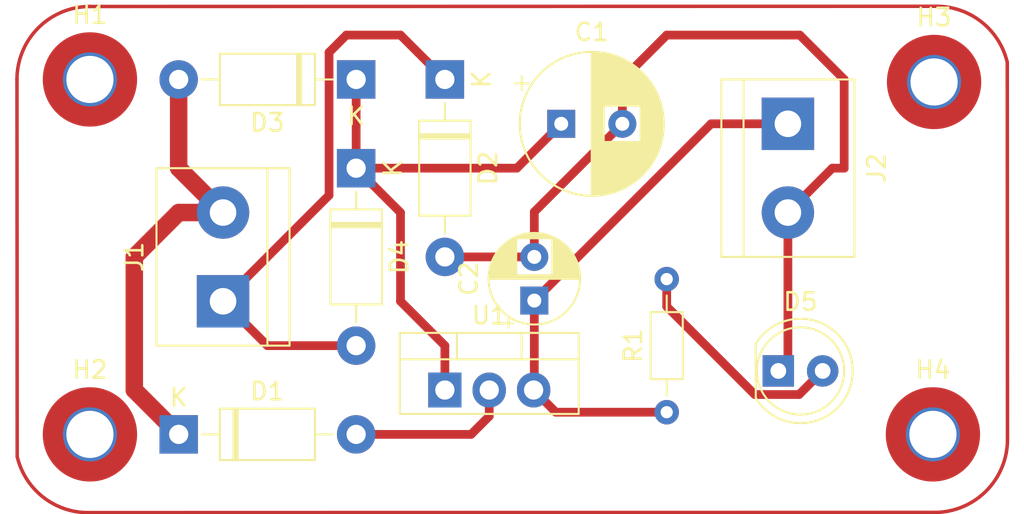
<source format=kicad_pcb>
(kicad_pcb (version 20221018) (generator pcbnew)
  (layers (0 "F.Cu" signal) (31 "B.Cu" signal) (34 "B.Paste" user) (35 "F.Paste" user) (36 "B.SilkS" user "B.Silkscreen") (37 "F.SilkS" user "F.Silkscreen") (38 "B.Mask" user) (39 "F.Mask" user) (44 "Edge.Cuts" user))
  (net 0 "")
  (net 1 "Net-(D1-A)")
  (net 2 "Net-(J2-Pin_1)")
  (net 3 "Net-(D1-K)")
  (net 4 "Net-(D5-A)")
  (net 5 "Net-(D3-K)")
  (net 6 "Net-(D2-K)")
  (footprint "Resistor_THT:R_Axial_DIN0204_L3.6mm_D1.6mm_P7.62mm_Horizontal" (layer "F.Cu") (at 127 85.09 90)
    (fp_text reference "R1" (at 3.81 -1.92 90) (layer "F.SilkS"))
    (fp_text value "1k")
    (fp_line (start 0.94 0) (end 1.89 0) (stroke (width 0.12)) (layer "F.SilkS"))
    (fp_line (start 1.89 -0.92) (end 1.89 0.92) (stroke (width 0.12)) (layer "F.SilkS"))
    (fp_line (start 1.89 0.92) (end 5.73 0.92) (stroke (width 0.12)) (layer "F.SilkS"))
    (fp_line (start 5.73 -0.92) (end 1.89 -0.92) (stroke (width 0.12)) (layer "F.SilkS"))
    (fp_line (start 5.73 0.92) (end 5.73 -0.92) (stroke (width 0.12)) (layer "F.SilkS"))
    (fp_line (start 6.68 0) (end 5.73 0) (stroke (width 0.12)) (layer "F.SilkS"))
    (pad "1" thru_hole circle (at 0 0 90) (size 1.4 1.4) (drill 0.7) (layers "*.Cu" "*.Mask") (net 2 "Net-(J2-Pin_1)"))
    (pad "2" thru_hole oval (at 7.62 0 90) (size 1.4 1.4) (drill 0.7) (layers "*.Cu" "*.Mask") (net 4 "Net-(D5-A)"))
  )
  (footprint "Capacitor_THT:CP_Radial_D5.0mm_P2.50mm" (layer "F.Cu") (at 119.42 78.7 90)
    (fp_text reference "C2" (at 1.25 -3.75 90) (layer "F.SilkS"))
    (fp_text value "100 uf")
    (fp_line (start -1.554775 -1.475) (end -1.054775 -1.475) (stroke (width 0.12)) (layer "F.SilkS"))
    (fp_line (start -1.304775 -1.725) (end -1.304775 -1.225) (stroke (width 0.12)) (layer "F.SilkS"))
    (fp_line (start 1.25 -2.58) (end 1.25 2.58) (stroke (width 0.12)) (layer "F.SilkS"))
    (fp_line (start 1.29 -2.58) (end 1.29 2.58) (stroke (width 0.12)) (layer "F.SilkS"))
    (fp_line (start 1.33 -2.579) (end 1.33 2.579) (stroke (width 0.12)) (layer "F.SilkS"))
    (fp_line (start 1.37 -2.578) (end 1.37 2.578) (stroke (width 0.12)) (layer "F.SilkS"))
    (fp_line (start 1.41 -2.576) (end 1.41 2.576) (stroke (width 0.12)) (layer "F.SilkS"))
    (fp_line (start 1.45 -2.573) (end 1.45 2.573) (stroke (width 0.12)) (layer "F.SilkS"))
    (fp_line (start 1.49 -2.569) (end 1.49 -1.04) (stroke (width 0.12)) (layer "F.SilkS"))
    (fp_line (start 1.49 1.04) (end 1.49 2.569) (stroke (width 0.12)) (layer "F.SilkS"))
    (fp_line (start 1.53 -2.565) (end 1.53 -1.04) (stroke (width 0.12)) (layer "F.SilkS"))
    (fp_line (start 1.53 1.04) (end 1.53 2.565) (stroke (width 0.12)) (layer "F.SilkS"))
    (fp_line (start 1.57 -2.561) (end 1.57 -1.04) (stroke (width 0.12)) (layer "F.SilkS"))
    (fp_line (start 1.57 1.04) (end 1.57 2.561) (stroke (width 0.12)) (layer "F.SilkS"))
    (fp_line (start 1.61 -2.556) (end 1.61 -1.04) (stroke (width 0.12)) (layer "F.SilkS"))
    (fp_line (start 1.61 1.04) (end 1.61 2.556) (stroke (width 0.12)) (layer "F.SilkS"))
    (fp_line (start 1.65 -2.55) (end 1.65 -1.04) (stroke (width 0.12)) (layer "F.SilkS"))
    (fp_line (start 1.65 1.04) (end 1.65 2.55) (stroke (width 0.12)) (layer "F.SilkS"))
    (fp_line (start 1.69 -2.543) (end 1.69 -1.04) (stroke (width 0.12)) (layer "F.SilkS"))
    (fp_line (start 1.69 1.04) (end 1.69 2.543) (stroke (width 0.12)) (layer "F.SilkS"))
    (fp_line (start 1.73 -2.536) (end 1.73 -1.04) (stroke (width 0.12)) (layer "F.SilkS"))
    (fp_line (start 1.73 1.04) (end 1.73 2.536) (stroke (width 0.12)) (layer "F.SilkS"))
    (fp_line (start 1.77 -2.528) (end 1.77 -1.04) (stroke (width 0.12)) (layer "F.SilkS"))
    (fp_line (start 1.77 1.04) (end 1.77 2.528) (stroke (width 0.12)) (layer "F.SilkS"))
    (fp_line (start 1.81 -2.52) (end 1.81 -1.04) (stroke (width 0.12)) (layer "F.SilkS"))
    (fp_line (start 1.81 1.04) (end 1.81 2.52) (stroke (width 0.12)) (layer "F.SilkS"))
    (fp_line (start 1.85 -2.511) (end 1.85 -1.04) (stroke (width 0.12)) (layer "F.SilkS"))
    (fp_line (start 1.85 1.04) (end 1.85 2.511) (stroke (width 0.12)) (layer "F.SilkS"))
    (fp_line (start 1.89 -2.501) (end 1.89 -1.04) (stroke (width 0.12)) (layer "F.SilkS"))
    (fp_line (start 1.89 1.04) (end 1.89 2.501) (stroke (width 0.12)) (layer "F.SilkS"))
    (fp_line (start 1.93 -2.491) (end 1.93 -1.04) (stroke (width 0.12)) (layer "F.SilkS"))
    (fp_line (start 1.93 1.04) (end 1.93 2.491) (stroke (width 0.12)) (layer "F.SilkS"))
    (fp_line (start 1.971 -2.48) (end 1.971 -1.04) (stroke (width 0.12)) (layer "F.SilkS"))
    (fp_line (start 1.971 1.04) (end 1.971 2.48) (stroke (width 0.12)) (layer "F.SilkS"))
    (fp_line (start 2.011 -2.468) (end 2.011 -1.04) (stroke (width 0.12)) (layer "F.SilkS"))
    (fp_line (start 2.011 1.04) (end 2.011 2.468) (stroke (width 0.12)) (layer "F.SilkS"))
    (fp_line (start 2.051 -2.455) (end 2.051 -1.04) (stroke (width 0.12)) (layer "F.SilkS"))
    (fp_line (start 2.051 1.04) (end 2.051 2.455) (stroke (width 0.12)) (layer "F.SilkS"))
    (fp_line (start 2.091 -2.442) (end 2.091 -1.04) (stroke (width 0.12)) (layer "F.SilkS"))
    (fp_line (start 2.091 1.04) (end 2.091 2.442) (stroke (width 0.12)) (layer "F.SilkS"))
    (fp_line (start 2.131 -2.428) (end 2.131 -1.04) (stroke (width 0.12)) (layer "F.SilkS"))
    (fp_line (start 2.131 1.04) (end 2.131 2.428) (stroke (width 0.12)) (layer "F.SilkS"))
    (fp_line (start 2.171 -2.414) (end 2.171 -1.04) (stroke (width 0.12)) (layer "F.SilkS"))
    (fp_line (start 2.171 1.04) (end 2.171 2.414) (stroke (width 0.12)) (layer "F.SilkS"))
    (fp_line (start 2.211 -2.398) (end 2.211 -1.04) (stroke (width 0.12)) (layer "F.SilkS"))
    (fp_line (start 2.211 1.04) (end 2.211 2.398) (stroke (width 0.12)) (layer "F.SilkS"))
    (fp_line (start 2.251 -2.382) (end 2.251 -1.04) (stroke (width 0.12)) (layer "F.SilkS"))
    (fp_line (start 2.251 1.04) (end 2.251 2.382) (stroke (width 0.12)) (layer "F.SilkS"))
    (fp_line (start 2.291 -2.365) (end 2.291 -1.04) (stroke (width 0.12)) (layer "F.SilkS"))
    (fp_line (start 2.291 1.04) (end 2.291 2.365) (stroke (width 0.12)) (layer "F.SilkS"))
    (fp_line (start 2.331 -2.348) (end 2.331 -1.04) (stroke (width 0.12)) (layer "F.SilkS"))
    (fp_line (start 2.331 1.04) (end 2.331 2.348) (stroke (width 0.12)) (layer "F.SilkS"))
    (fp_line (start 2.371 -2.329) (end 2.371 -1.04) (stroke (width 0.12)) (layer "F.SilkS"))
    (fp_line (start 2.371 1.04) (end 2.371 2.329) (stroke (width 0.12)) (layer "F.SilkS"))
    (fp_line (start 2.411 -2.31) (end 2.411 -1.04) (stroke (width 0.12)) (layer "F.SilkS"))
    (fp_line (start 2.411 1.04) (end 2.411 2.31) (stroke (width 0.12)) (layer "F.SilkS"))
    (fp_line (start 2.451 -2.29) (end 2.451 -1.04) (stroke (width 0.12)) (layer "F.SilkS"))
    (fp_line (start 2.451 1.04) (end 2.451 2.29) (stroke (width 0.12)) (layer "F.SilkS"))
    (fp_line (start 2.491 -2.268) (end 2.491 -1.04) (stroke (width 0.12)) (layer "F.SilkS"))
    (fp_line (start 2.491 1.04) (end 2.491 2.268) (stroke (width 0.12)) (layer "F.SilkS"))
    (fp_line (start 2.531 -2.247) (end 2.531 -1.04) (stroke (width 0.12)) (layer "F.SilkS"))
    (fp_line (start 2.531 1.04) (end 2.531 2.247) (stroke (width 0.12)) (layer "F.SilkS"))
    (fp_line (start 2.571 -2.224) (end 2.571 -1.04) (stroke (width 0.12)) (layer "F.SilkS"))
    (fp_line (start 2.571 1.04) (end 2.571 2.224) (stroke (width 0.12)) (layer "F.SilkS"))
    (fp_line (start 2.611 -2.2) (end 2.611 -1.04) (stroke (width 0.12)) (layer "F.SilkS"))
    (fp_line (start 2.611 1.04) (end 2.611 2.2) (stroke (width 0.12)) (layer "F.SilkS"))
    (fp_line (start 2.651 -2.175) (end 2.651 -1.04) (stroke (width 0.12)) (layer "F.SilkS"))
    (fp_line (start 2.651 1.04) (end 2.651 2.175) (stroke (width 0.12)) (layer "F.SilkS"))
    (fp_line (start 2.691 -2.149) (end 2.691 -1.04) (stroke (width 0.12)) (layer "F.SilkS"))
    (fp_line (start 2.691 1.04) (end 2.691 2.149) (stroke (width 0.12)) (layer "F.SilkS"))
    (fp_line (start 2.731 -2.122) (end 2.731 -1.04) (stroke (width 0.12)) (layer "F.SilkS"))
    (fp_line (start 2.731 1.04) (end 2.731 2.122) (stroke (width 0.12)) (layer "F.SilkS"))
    (fp_line (start 2.771 -2.095) (end 2.771 -1.04) (stroke (width 0.12)) (layer "F.SilkS"))
    (fp_line (start 2.771 1.04) (end 2.771 2.095) (stroke (width 0.12)) (layer "F.SilkS"))
    (fp_line (start 2.811 -2.065) (end 2.811 -1.04) (stroke (width 0.12)) (layer "F.SilkS"))
    (fp_line (start 2.811 1.04) (end 2.811 2.065) (stroke (width 0.12)) (layer "F.SilkS"))
    (fp_line (start 2.851 -2.035) (end 2.851 -1.04) (stroke (width 0.12)) (layer "F.SilkS"))
    (fp_line (start 2.851 1.04) (end 2.851 2.035) (stroke (width 0.12)) (layer "F.SilkS"))
    (fp_line (start 2.891 -2.004) (end 2.891 -1.04) (stroke (width 0.12)) (layer "F.SilkS"))
    (fp_line (start 2.891 1.04) (end 2.891 2.004) (stroke (width 0.12)) (layer "F.SilkS"))
    (fp_line (start 2.931 -1.971) (end 2.931 -1.04) (stroke (width 0.12)) (layer "F.SilkS"))
    (fp_line (start 2.931 1.04) (end 2.931 1.971) (stroke (width 0.12)) (layer "F.SilkS"))
    (fp_line (start 2.971 -1.937) (end 2.971 -1.04) (stroke (width 0.12)) (layer "F.SilkS"))
    (fp_line (start 2.971 1.04) (end 2.971 1.937) (stroke (width 0.12)) (layer "F.SilkS"))
    (fp_line (start 3.011 -1.901) (end 3.011 -1.04) (stroke (width 0.12)) (layer "F.SilkS"))
    (fp_line (start 3.011 1.04) (end 3.011 1.901) (stroke (width 0.12)) (layer "F.SilkS"))
    (fp_line (start 3.051 -1.864) (end 3.051 -1.04) (stroke (width 0.12)) (layer "F.SilkS"))
    (fp_line (start 3.051 1.04) (end 3.051 1.864) (stroke (width 0.12)) (layer "F.SilkS"))
    (fp_line (start 3.091 -1.826) (end 3.091 -1.04) (stroke (width 0.12)) (layer "F.SilkS"))
    (fp_line (start 3.091 1.04) (end 3.091 1.826) (stroke (width 0.12)) (layer "F.SilkS"))
    (fp_line (start 3.131 -1.785) (end 3.131 -1.04) (stroke (width 0.12)) (layer "F.SilkS"))
    (fp_line (start 3.131 1.04) (end 3.131 1.785) (stroke (width 0.12)) (layer "F.SilkS"))
    (fp_line (start 3.171 -1.743) (end 3.171 -1.04) (stroke (width 0.12)) (layer "F.SilkS"))
    (fp_line (start 3.171 1.04) (end 3.171 1.743) (stroke (width 0.12)) (layer "F.SilkS"))
    (fp_line (start 3.211 -1.699) (end 3.211 -1.04) (stroke (width 0.12)) (layer "F.SilkS"))
    (fp_line (start 3.211 1.04) (end 3.211 1.699) (stroke (width 0.12)) (layer "F.SilkS"))
    (fp_line (start 3.251 -1.653) (end 3.251 -1.04) (stroke (width 0.12)) (layer "F.SilkS"))
    (fp_line (start 3.251 1.04) (end 3.251 1.653) (stroke (width 0.12)) (layer "F.SilkS"))
    (fp_line (start 3.291 -1.605) (end 3.291 -1.04) (stroke (width 0.12)) (layer "F.SilkS"))
    (fp_line (start 3.291 1.04) (end 3.291 1.605) (stroke (width 0.12)) (layer "F.SilkS"))
    (fp_line (start 3.331 -1.554) (end 3.331 -1.04) (stroke (width 0.12)) (layer "F.SilkS"))
    (fp_line (start 3.331 1.04) (end 3.331 1.554) (stroke (width 0.12)) (layer "F.SilkS"))
    (fp_line (start 3.371 -1.5) (end 3.371 -1.04) (stroke (width 0.12)) (layer "F.SilkS"))
    (fp_line (start 3.371 1.04) (end 3.371 1.5) (stroke (width 0.12)) (layer "F.SilkS"))
    (fp_line (start 3.411 -1.443) (end 3.411 -1.04) (stroke (width 0.12)) (layer "F.SilkS"))
    (fp_line (start 3.411 1.04) (end 3.411 1.443) (stroke (width 0.12)) (layer "F.SilkS"))
    (fp_line (start 3.451 -1.383) (end 3.451 -1.04) (stroke (width 0.12)) (layer "F.SilkS"))
    (fp_line (start 3.451 1.04) (end 3.451 1.383) (stroke (width 0.12)) (layer "F.SilkS"))
    (fp_line (start 3.491 -1.319) (end 3.491 -1.04) (stroke (width 0.12)) (layer "F.SilkS"))
    (fp_line (start 3.491 1.04) (end 3.491 1.319) (stroke (width 0.12)) (layer "F.SilkS"))
    (fp_line (start 3.531 -1.251) (end 3.531 -1.04) (stroke (width 0.12)) (layer "F.SilkS"))
    (fp_line (start 3.531 1.04) (end 3.531 1.251) (stroke (width 0.12)) (layer "F.SilkS"))
    (fp_line (start 3.571 -1.178) (end 3.571 1.178) (stroke (width 0.12)) (layer "F.SilkS"))
    (fp_line (start 3.611 -1.098) (end 3.611 1.098) (stroke (width 0.12)) (layer "F.SilkS"))
    (fp_line (start 3.651 -1.011) (end 3.651 1.011) (stroke (width 0.12)) (layer "F.SilkS"))
    (fp_line (start 3.691 -0.915) (end 3.691 0.915) (stroke (width 0.12)) (layer "F.SilkS"))
    (fp_line (start 3.731 -0.805) (end 3.731 0.805) (stroke (width 0.12)) (layer "F.SilkS"))
    (fp_line (start 3.771 -0.677) (end 3.771 0.677) (stroke (width 0.12)) (layer "F.SilkS"))
    (fp_line (start 3.811 -0.518) (end 3.811 0.518) (stroke (width 0.12)) (layer "F.SilkS"))
    (fp_line (start 3.851 -0.284) (end 3.851 0.284) (stroke (width 0.12)) (layer "F.SilkS"))
    (fp_circle (center 1.25 0) (end 3.87 0) (stroke (width 0.12)) (fill none) (layer "F.SilkS"))
    (pad "1" thru_hole rect (at 0 0 90) (size 1.6 1.6) (drill 0.8) (layers "*.Cu" "*.Mask") (net 2 "Net-(J2-Pin_1)"))
    (pad "2" thru_hole circle (at 2.5 0 90) (size 1.6 1.6) (drill 0.8) (layers "*.Cu" "*.Mask") (net 1 "Net-(D1-A)"))
  )
  (footprint "MountingHole:MountingHole_2.7mm_M2.5_Pad_TopOnly" (layer "F.Cu") (at 142.24 86.36)
    (fp_text reference "H4" (at 0 -3.7) (layer "F.SilkS"))
    (fp_text value "MountingHole")
    (pad "1" thru_hole circle (at 0 0) (size 3.1 3.1) (drill 2.7) (layers "*.Cu" "*.Mask"))
    (pad "1" connect circle (at 0 0) (size 5.4 5.4) (layers "F.Cu" "F.Mask"))
  )
  (footprint "LED_THT:LED_D5.0mm" (layer "F.Cu") (at 133.389032 82.727992)
    (fp_text reference "D5" (at 1.27 -3.96) (layer "F.SilkS"))
    (fp_text value "LED")
    (fp_line (start -1.29 -1.545) (end -1.29 1.545) (stroke (width 0.12)) (layer "F.SilkS"))
    (fp_arc (start -1.29 -1.54483) (mid 2.072002 -2.880433) (end 4.26 0.000462) (stroke (width 0.12)) (layer "F.SilkS"))
    (fp_arc (start 4.26 -0.000462) (mid 2.072002 2.880433) (end -1.29 1.54483) (stroke (width 0.12)) (layer "F.SilkS"))
    (fp_circle (center 1.27 0) (end 3.77 0) (stroke (width 0.12)) (fill none) (layer "F.SilkS"))
    (pad "1" thru_hole rect (at 0 0) (size 1.8 1.8) (drill 0.9) (layers "*.Cu" "*.Mask") (net 1 "Net-(D1-A)"))
    (pad "2" thru_hole circle (at 2.54 0) (size 1.8 1.8) (drill 0.9) (layers "*.Cu" "*.Mask") (net 4 "Net-(D5-A)"))
  )
  (footprint "Diode_THT:D_DO-41_SOD81_P10.16mm_Horizontal" (layer "F.Cu") (at 109.22 71.12 -90)
    (fp_text reference "D4" (at 5.08 -2.47 90) (layer "F.SilkS"))
    (fp_text value "1N4007")
    (fp_text user "K" (at 0 -2.1 90) (layer "F.SilkS"))
    (fp_line (start 1.34 0) (end 2.36 0) (stroke (width 0.12)) (layer "F.SilkS"))
    (fp_line (start 2.36 -1.47) (end 2.36 1.47) (stroke (width 0.12)) (layer "F.SilkS"))
    (fp_line (start 2.36 1.47) (end 7.8 1.47) (stroke (width 0.12)) (layer "F.SilkS"))
    (fp_line (start 3.14 -1.47) (end 3.14 1.47) (stroke (width 0.12)) (layer "F.SilkS"))
    (fp_line (start 3.26 -1.47) (end 3.26 1.47) (stroke (width 0.12)) (layer "F.SilkS"))
    (fp_line (start 3.38 -1.47) (end 3.38 1.47) (stroke (width 0.12)) (layer "F.SilkS"))
    (fp_line (start 7.8 -1.47) (end 2.36 -1.47) (stroke (width 0.12)) (layer "F.SilkS"))
    (fp_line (start 7.8 1.47) (end 7.8 -1.47) (stroke (width 0.12)) (layer "F.SilkS"))
    (fp_line (start 8.82 0) (end 7.8 0) (stroke (width 0.12)) (layer "F.SilkS"))
    (pad "1" thru_hole rect (at 0 0 270) (size 2.2 2.2) (drill 1.1) (layers "*.Cu" "*.Mask") (net 5 "Net-(D3-K)"))
    (pad "2" thru_hole oval (at 10.16 0 270) (size 2.2 2.2) (drill 1.1) (layers "*.Cu" "*.Mask") (net 6 "Net-(D2-K)"))
  )
  (footprint "MountingHole:MountingHole_2.7mm_M2.5_Pad_TopOnly" (layer "F.Cu") (at 93.98 66.04)
    (fp_text reference "H1" (at 0 -3.7) (layer "F.SilkS"))
    (fp_text value "MountingHole")
    (pad "1" thru_hole circle (at 0 0) (size 3.1 3.1) (drill 2.7) (layers "*.Cu" "*.Mask"))
    (pad "1" connect circle (at 0 0) (size 5.4 5.4) (layers "F.Cu" "F.Mask"))
  )
  (footprint "Package_TO_SOT_THT:TO-220-3_Vertical" (layer "F.Cu") (at 114.3 83.82)
    (fp_text reference "U1" (at 2.54 -4.27) (layer "F.SilkS"))
    (fp_text value "LM7805_TO220")
    (fp_line (start -2.58 -3.27) (end -2.58 1.371) (stroke (width 0.12)) (layer "F.SilkS"))
    (fp_line (start -2.58 -3.27) (end 7.66 -3.27) (stroke (width 0.12)) (layer "F.SilkS"))
    (fp_line (start -2.58 -1.76) (end 7.66 -1.76) (stroke (width 0.12)) (layer "F.SilkS"))
    (fp_line (start -2.58 1.371) (end 7.66 1.371) (stroke (width 0.12)) (layer "F.SilkS"))
    (fp_line (start 0.69 -3.27) (end 0.69 -1.76) (stroke (width 0.12)) (layer "F.SilkS"))
    (fp_line (start 4.391 -3.27) (end 4.391 -1.76) (stroke (width 0.12)) (layer "F.SilkS"))
    (fp_line (start 7.66 -3.27) (end 7.66 1.371) (stroke (width 0.12)) (layer "F.SilkS"))
    (pad "1" thru_hole rect (at 0 0) (size 1.905 2) (drill 1.1) (layers "*.Cu" "*.Mask") (net 5 "Net-(D3-K)"))
    (pad "2" thru_hole oval (at 2.54 0) (size 1.905 2) (drill 1.1) (layers "*.Cu" "*.Mask") (net 1 "Net-(D1-A)"))
    (pad "3" thru_hole oval (at 5.08 0) (size 1.905 2) (drill 1.1) (layers "*.Cu" "*.Mask") (net 2 "Net-(J2-Pin_1)"))
  )
  (footprint "Capacitor_THT:CP_Radial_D8.0mm_P3.50mm" (layer "F.Cu") (at 120.96 68.58)
    (fp_text reference "C1" (at 1.75 -5.25) (layer "F.SilkS"))
    (fp_text value "470 uf 25V")
    (fp_line (start -2.659698 -2.315) (end -1.859698 -2.315) (stroke (width 0.12)) (layer "F.SilkS"))
    (fp_line (start -2.259698 -2.715) (end -2.259698 -1.915) (stroke (width 0.12)) (layer "F.SilkS"))
    (fp_line (start 1.75 -4.08) (end 1.75 4.08) (stroke (width 0.12)) (layer "F.SilkS"))
    (fp_line (start 1.79 -4.08) (end 1.79 4.08) (stroke (width 0.12)) (layer "F.SilkS"))
    (fp_line (start 1.83 -4.08) (end 1.83 4.08) (stroke (width 0.12)) (layer "F.SilkS"))
    (fp_line (start 1.87 -4.079) (end 1.87 4.079) (stroke (width 0.12)) (layer "F.SilkS"))
    (fp_line (start 1.91 -4.077) (end 1.91 4.077) (stroke (width 0.12)) (layer "F.SilkS"))
    (fp_line (start 1.95 -4.076) (end 1.95 4.076) (stroke (width 0.12)) (layer "F.SilkS"))
    (fp_line (start 1.99 -4.074) (end 1.99 4.074) (stroke (width 0.12)) (layer "F.SilkS"))
    (fp_line (start 2.03 -4.071) (end 2.03 4.071) (stroke (width 0.12)) (layer "F.SilkS"))
    (fp_line (start 2.07 -4.068) (end 2.07 4.068) (stroke (width 0.12)) (layer "F.SilkS"))
    (fp_line (start 2.11 -4.065) (end 2.11 4.065) (stroke (width 0.12)) (layer "F.SilkS"))
    (fp_line (start 2.15 -4.061) (end 2.15 4.061) (stroke (width 0.12)) (layer "F.SilkS"))
    (fp_line (start 2.19 -4.057) (end 2.19 4.057) (stroke (width 0.12)) (layer "F.SilkS"))
    (fp_line (start 2.23 -4.052) (end 2.23 4.052) (stroke (width 0.12)) (layer "F.SilkS"))
    (fp_line (start 2.27 -4.048) (end 2.27 4.048) (stroke (width 0.12)) (layer "F.SilkS"))
    (fp_line (start 2.31 -4.042) (end 2.31 4.042) (stroke (width 0.12)) (layer "F.SilkS"))
    (fp_line (start 2.35 -4.037) (end 2.35 4.037) (stroke (width 0.12)) (layer "F.SilkS"))
    (fp_line (start 2.39 -4.03) (end 2.39 4.03) (stroke (width 0.12)) (layer "F.SilkS"))
    (fp_line (start 2.43 -4.024) (end 2.43 4.024) (stroke (width 0.12)) (layer "F.SilkS"))
    (fp_line (start 2.471 -4.017) (end 2.471 -1.04) (stroke (width 0.12)) (layer "F.SilkS"))
    (fp_line (start 2.471 1.04) (end 2.471 4.017) (stroke (width 0.12)) (layer "F.SilkS"))
    (fp_line (start 2.511 -4.01) (end 2.511 -1.04) (stroke (width 0.12)) (layer "F.SilkS"))
    (fp_line (start 2.511 1.04) (end 2.511 4.01) (stroke (width 0.12)) (layer "F.SilkS"))
    (fp_line (start 2.551 -4.002) (end 2.551 -1.04) (stroke (width 0.12)) (layer "F.SilkS"))
    (fp_line (start 2.551 1.04) (end 2.551 4.002) (stroke (width 0.12)) (layer "F.SilkS"))
    (fp_line (start 2.591 -3.994) (end 2.591 -1.04) (stroke (width 0.12)) (layer "F.SilkS"))
    (fp_line (start 2.591 1.04) (end 2.591 3.994) (stroke (width 0.12)) (layer "F.SilkS"))
    (fp_line (start 2.631 -3.985) (end 2.631 -1.04) (stroke (width 0.12)) (layer "F.SilkS"))
    (fp_line (start 2.631 1.04) (end 2.631 3.985) (stroke (width 0.12)) (layer "F.SilkS"))
    (fp_line (start 2.671 -3.976) (end 2.671 -1.04) (stroke (width 0.12)) (layer "F.SilkS"))
    (fp_line (start 2.671 1.04) (end 2.671 3.976) (stroke (width 0.12)) (layer "F.SilkS"))
    (fp_line (start 2.711 -3.967) (end 2.711 -1.04) (stroke (width 0.12)) (layer "F.SilkS"))
    (fp_line (start 2.711 1.04) (end 2.711 3.967) (stroke (width 0.12)) (layer "F.SilkS"))
    (fp_line (start 2.751 -3.957) (end 2.751 -1.04) (stroke (width 0.12)) (layer "F.SilkS"))
    (fp_line (start 2.751 1.04) (end 2.751 3.957) (stroke (width 0.12)) (layer "F.SilkS"))
    (fp_line (start 2.791 -3.947) (end 2.791 -1.04) (stroke (width 0.12)) (layer "F.SilkS"))
    (fp_line (start 2.791 1.04) (end 2.791 3.947) (stroke (width 0.12)) (layer "F.SilkS"))
    (fp_line (start 2.831 -3.936) (end 2.831 -1.04) (stroke (width 0.12)) (layer "F.SilkS"))
    (fp_line (start 2.831 1.04) (end 2.831 3.936) (stroke (width 0.12)) (layer "F.SilkS"))
    (fp_line (start 2.871 -3.925) (end 2.871 -1.04) (stroke (width 0.12)) (layer "F.SilkS"))
    (fp_line (start 2.871 1.04) (end 2.871 3.925) (stroke (width 0.12)) (layer "F.SilkS"))
    (fp_line (start 2.911 -3.914) (end 2.911 -1.04) (stroke (width 0.12)) (layer "F.SilkS"))
    (fp_line (start 2.911 1.04) (end 2.911 3.914) (stroke (width 0.12)) (layer "F.SilkS"))
    (fp_line (start 2.951 -3.902) (end 2.951 -1.04) (stroke (width 0.12)) (layer "F.SilkS"))
    (fp_line (start 2.951 1.04) (end 2.951 3.902) (stroke (width 0.12)) (layer "F.SilkS"))
    (fp_line (start 2.991 -3.889) (end 2.991 -1.04) (stroke (width 0.12)) (layer "F.SilkS"))
    (fp_line (start 2.991 1.04) (end 2.991 3.889) (stroke (width 0.12)) (layer "F.SilkS"))
    (fp_line (start 3.031 -3.877) (end 3.031 -1.04) (stroke (width 0.12)) (layer "F.SilkS"))
    (fp_line (start 3.031 1.04) (end 3.031 3.877) (stroke (width 0.12)) (layer "F.SilkS"))
    (fp_line (start 3.071 -3.863) (end 3.071 -1.04) (stroke (width 0.12)) (layer "F.SilkS"))
    (fp_line (start 3.071 1.04) (end 3.071 3.863) (stroke (width 0.12)) (layer "F.SilkS"))
    (fp_line (start 3.111 -3.85) (end 3.111 -1.04) (stroke (width 0.12)) (layer "F.SilkS"))
    (fp_line (start 3.111 1.04) (end 3.111 3.85) (stroke (width 0.12)) (layer "F.SilkS"))
    (fp_line (start 3.151 -3.835) (end 3.151 -1.04) (stroke (width 0.12)) (layer "F.SilkS"))
    (fp_line (start 3.151 1.04) (end 3.151 3.835) (stroke (width 0.12)) (layer "F.SilkS"))
    (fp_line (start 3.191 -3.821) (end 3.191 -1.04) (stroke (width 0.12)) (layer "F.SilkS"))
    (fp_line (start 3.191 1.04) (end 3.191 3.821) (stroke (width 0.12)) (layer "F.SilkS"))
    (fp_line (start 3.231 -3.805) (end 3.231 -1.04) (stroke (width 0.12)) (layer "F.SilkS"))
    (fp_line (start 3.231 1.04) (end 3.231 3.805) (stroke (width 0.12)) (layer "F.SilkS"))
    (fp_line (start 3.271 -3.79) (end 3.271 -1.04) (stroke (width 0.12)) (layer "F.SilkS"))
    (fp_line (start 3.271 1.04) (end 3.271 3.79) (stroke (width 0.12)) (layer "F.SilkS"))
    (fp_line (start 3.311 -3.774) (end 3.311 -1.04) (stroke (width 0.12)) (layer "F.SilkS"))
    (fp_line (start 3.311 1.04) (end 3.311 3.774) (stroke (width 0.12)) (layer "F.SilkS"))
    (fp_line (start 3.351 -3.757) (end 3.351 -1.04) (stroke (width 0.12)) (layer "F.SilkS"))
    (fp_line (start 3.351 1.04) (end 3.351 3.757) (stroke (width 0.12)) (layer "F.SilkS"))
    (fp_line (start 3.391 -3.74) (end 3.391 -1.04) (stroke (width 0.12)) (layer "F.SilkS"))
    (fp_line (start 3.391 1.04) (end 3.391 3.74) (stroke (width 0.12)) (layer "F.SilkS"))
    (fp_line (start 3.431 -3.722) (end 3.431 -1.04) (stroke (width 0.12)) (layer "F.SilkS"))
    (fp_line (start 3.431 1.04) (end 3.431 3.722) (stroke (width 0.12)) (layer "F.SilkS"))
    (fp_line (start 3.471 -3.704) (end 3.471 -1.04) (stroke (width 0.12)) (layer "F.SilkS"))
    (fp_line (start 3.471 1.04) (end 3.471 3.704) (stroke (width 0.12)) (layer "F.SilkS"))
    (fp_line (start 3.511 -3.686) (end 3.511 -1.04) (stroke (width 0.12)) (layer "F.SilkS"))
    (fp_line (start 3.511 1.04) (end 3.511 3.686) (stroke (width 0.12)) (layer "F.SilkS"))
    (fp_line (start 3.551 -3.666) (end 3.551 -1.04) (stroke (width 0.12)) (layer "F.SilkS"))
    (fp_line (start 3.551 1.04) (end 3.551 3.666) (stroke (width 0.12)) (layer "F.SilkS"))
    (fp_line (start 3.591 -3.647) (end 3.591 -1.04) (stroke (width 0.12)) (layer "F.SilkS"))
    (fp_line (start 3.591 1.04) (end 3.591 3.647) (stroke (width 0.12)) (layer "F.SilkS"))
    (fp_line (start 3.631 -3.627) (end 3.631 -1.04) (stroke (width 0.12)) (layer "F.SilkS"))
    (fp_line (start 3.631 1.04) (end 3.631 3.627) (stroke (width 0.12)) (layer "F.SilkS"))
    (fp_line (start 3.671 -3.606) (end 3.671 -1.04) (stroke (width 0.12)) (layer "F.SilkS"))
    (fp_line (start 3.671 1.04) (end 3.671 3.606) (stroke (width 0.12)) (layer "F.SilkS"))
    (fp_line (start 3.711 -3.584) (end 3.711 -1.04) (stroke (width 0.12)) (layer "F.SilkS"))
    (fp_line (start 3.711 1.04) (end 3.711 3.584) (stroke (width 0.12)) (layer "F.SilkS"))
    (fp_line (start 3.751 -3.562) (end 3.751 -1.04) (stroke (width 0.12)) (layer "F.SilkS"))
    (fp_line (start 3.751 1.04) (end 3.751 3.562) (stroke (width 0.12)) (layer "F.SilkS"))
    (fp_line (start 3.791 -3.54) (end 3.791 -1.04) (stroke (width 0.12)) (layer "F.SilkS"))
    (fp_line (start 3.791 1.04) (end 3.791 3.54) (stroke (width 0.12)) (layer "F.SilkS"))
    (fp_line (start 3.831 -3.517) (end 3.831 -1.04) (stroke (width 0.12)) (layer "F.SilkS"))
    (fp_line (start 3.831 1.04) (end 3.831 3.517) (stroke (width 0.12)) (layer "F.SilkS"))
    (fp_line (start 3.871 -3.493) (end 3.871 -1.04) (stroke (width 0.12)) (layer "F.SilkS"))
    (fp_line (start 3.871 1.04) (end 3.871 3.493) (stroke (width 0.12)) (layer "F.SilkS"))
    (fp_line (start 3.911 -3.469) (end 3.911 -1.04) (stroke (width 0.12)) (layer "F.SilkS"))
    (fp_line (start 3.911 1.04) (end 3.911 3.469) (stroke (width 0.12)) (layer "F.SilkS"))
    (fp_line (start 3.951 -3.444) (end 3.951 -1.04) (stroke (width 0.12)) (layer "F.SilkS"))
    (fp_line (start 3.951 1.04) (end 3.951 3.444) (stroke (width 0.12)) (layer "F.SilkS"))
    (fp_line (start 3.991 -3.418) (end 3.991 -1.04) (stroke (width 0.12)) (layer "F.SilkS"))
    (fp_line (start 3.991 1.04) (end 3.991 3.418) (stroke (width 0.12)) (layer "F.SilkS"))
    (fp_line (start 4.031 -3.392) (end 4.031 -1.04) (stroke (width 0.12)) (layer "F.SilkS"))
    (fp_line (start 4.031 1.04) (end 4.031 3.392) (stroke (width 0.12)) (layer "F.SilkS"))
    (fp_line (start 4.071 -3.365) (end 4.071 -1.04) (stroke (width 0.12)) (layer "F.SilkS"))
    (fp_line (start 4.071 1.04) (end 4.071 3.365) (stroke (width 0.12)) (layer "F.SilkS"))
    (fp_line (start 4.111 -3.338) (end 4.111 -1.04) (stroke (width 0.12)) (layer "F.SilkS"))
    (fp_line (start 4.111 1.04) (end 4.111 3.338) (stroke (width 0.12)) (layer "F.SilkS"))
    (fp_line (start 4.151 -3.309) (end 4.151 -1.04) (stroke (width 0.12)) (layer "F.SilkS"))
    (fp_line (start 4.151 1.04) (end 4.151 3.309) (stroke (width 0.12)) (layer "F.SilkS"))
    (fp_line (start 4.191 -3.28) (end 4.191 -1.04) (stroke (width 0.12)) (layer "F.SilkS"))
    (fp_line (start 4.191 1.04) (end 4.191 3.28) (stroke (width 0.12)) (layer "F.SilkS"))
    (fp_line (start 4.231 -3.25) (end 4.231 -1.04) (stroke (width 0.12)) (layer "F.SilkS"))
    (fp_line (start 4.231 1.04) (end 4.231 3.25) (stroke (width 0.12)) (layer "F.SilkS"))
    (fp_line (start 4.271 -3.22) (end 4.271 -1.04) (stroke (width 0.12)) (layer "F.SilkS"))
    (fp_line (start 4.271 1.04) (end 4.271 3.22) (stroke (width 0.12)) (layer "F.SilkS"))
    (fp_line (start 4.311 -3.189) (end 4.311 -1.04) (stroke (width 0.12)) (layer "F.SilkS"))
    (fp_line (start 4.311 1.04) (end 4.311 3.189) (stroke (width 0.12)) (layer "F.SilkS"))
    (fp_line (start 4.351 -3.156) (end 4.351 -1.04) (stroke (width 0.12)) (layer "F.SilkS"))
    (fp_line (start 4.351 1.04) (end 4.351 3.156) (stroke (width 0.12)) (layer "F.SilkS"))
    (fp_line (start 4.391 -3.124) (end 4.391 -1.04) (stroke (width 0.12)) (layer "F.SilkS"))
    (fp_line (start 4.391 1.04) (end 4.391 3.124) (stroke (width 0.12)) (layer "F.SilkS"))
    (fp_line (start 4.431 -3.09) (end 4.431 -1.04) (stroke (width 0.12)) (layer "F.SilkS"))
    (fp_line (start 4.431 1.04) (end 4.431 3.09) (stroke (width 0.12)) (layer "F.SilkS"))
    (fp_line (start 4.471 -3.055) (end 4.471 -1.04) (stroke (width 0.12)) (layer "F.SilkS"))
    (fp_line (start 4.471 1.04) (end 4.471 3.055) (stroke (width 0.12)) (layer "F.SilkS"))
    (fp_line (start 4.511 -3.019) (end 4.511 -1.04) (stroke (width 0.12)) (layer "F.SilkS"))
    (fp_line (start 4.511 1.04) (end 4.511 3.019) (stroke (width 0.12)) (layer "F.SilkS"))
    (fp_line (start 4.551 -2.983) (end 4.551 2.983) (stroke (width 0.12)) (layer "F.SilkS"))
    (fp_line (start 4.591 -2.945) (end 4.591 2.945) (stroke (width 0.12)) (layer "F.SilkS"))
    (fp_line (start 4.631 -2.907) (end 4.631 2.907) (stroke (width 0.12)) (layer "F.SilkS"))
    (fp_line (start 4.671 -2.867) (end 4.671 2.867) (stroke (width 0.12)) (layer "F.SilkS"))
    (fp_line (start 4.711 -2.826) (end 4.711 2.826) (stroke (width 0.12)) (layer "F.SilkS"))
    (fp_line (start 4.751 -2.784) (end 4.751 2.784) (stroke (width 0.12)) (layer "F.SilkS"))
    (fp_line (start 4.791 -2.741) (end 4.791 2.741) (stroke (width 0.12)) (layer "F.SilkS"))
    (fp_line (start 4.831 -2.697) (end 4.831 2.697) (stroke (width 0.12)) (layer "F.SilkS"))
    (fp_line (start 4.871 -2.651) (end 4.871 2.651) (stroke (width 0.12)) (layer "F.SilkS"))
    (fp_line (start 4.911 -2.604) (end 4.911 2.604) (stroke (width 0.12)) (layer "F.SilkS"))
    (fp_line (start 4.951 -2.556) (end 4.951 2.556) (stroke (width 0.12)) (layer "F.SilkS"))
    (fp_line (start 4.991 -2.505) (end 4.991 2.505) (stroke (width 0.12)) (layer "F.SilkS"))
    (fp_line (start 5.031 -2.454) (end 5.031 2.454) (stroke (width 0.12)) (layer "F.SilkS"))
    (fp_line (start 5.071 -2.4) (end 5.071 2.4) (stroke (width 0.12)) (layer "F.SilkS"))
    (fp_line (start 5.111 -2.345) (end 5.111 2.345) (stroke (width 0.12)) (layer "F.SilkS"))
    (fp_line (start 5.151 -2.287) (end 5.151 2.287) (stroke (width 0.12)) (layer "F.SilkS"))
    (fp_line (start 5.191 -2.228) (end 5.191 2.228) (stroke (width 0.12)) (layer "F.SilkS"))
    (fp_line (start 5.231 -2.166) (end 5.231 2.166) (stroke (width 0.12)) (layer "F.SilkS"))
    (fp_line (start 5.271 -2.102) (end 5.271 2.102) (stroke (width 0.12)) (layer "F.SilkS"))
    (fp_line (start 5.311 -2.034) (end 5.311 2.034) (stroke (width 0.12)) (layer "F.SilkS"))
    (fp_line (start 5.351 -1.964) (end 5.351 1.964) (stroke (width 0.12)) (layer "F.SilkS"))
    (fp_line (start 5.391 -1.89) (end 5.391 1.89) (stroke (width 0.12)) (layer "F.SilkS"))
    (fp_line (start 5.431 -1.813) (end 5.431 1.813) (stroke (width 0.12)) (layer "F.SilkS"))
    (fp_line (start 5.471 -1.731) (end 5.471 1.731) (stroke (width 0.12)) (layer "F.SilkS"))
    (fp_line (start 5.511 -1.645) (end 5.511 1.645) (stroke (width 0.12)) (layer "F.SilkS"))
    (fp_line (start 5.551 -1.552) (end 5.551 1.552) (stroke (width 0.12)) (layer "F.SilkS"))
    (fp_line (start 5.591 -1.453) (end 5.591 1.453) (stroke (width 0.12)) (layer "F.SilkS"))
    (fp_line (start 5.631 -1.346) (end 5.631 1.346) (stroke (width 0.12)) (layer "F.SilkS"))
    (fp_line (start 5.671 -1.229) (end 5.671 1.229) (stroke (width 0.12)) (layer "F.SilkS"))
    (fp_line (start 5.711 -1.098) (end 5.711 1.098) (stroke (width 0.12)) (layer "F.SilkS"))
    (fp_line (start 5.751 -0.948) (end 5.751 0.948) (stroke (width 0.12)) (layer "F.SilkS"))
    (fp_line (start 5.791 -0.768) (end 5.791 0.768) (stroke (width 0.12)) (layer "F.SilkS"))
    (fp_line (start 5.831 -0.533) (end 5.831 0.533) (stroke (width 0.12)) (layer "F.SilkS"))
    (fp_circle (center 1.75 0) (end 5.87 0) (stroke (width 0.12)) (fill none) (layer "F.SilkS"))
    (pad "1" thru_hole rect (at 0 0) (size 1.6 1.6) (drill 0.8) (layers "*.Cu" "*.Mask") (net 5 "Net-(D3-K)"))
    (pad "2" thru_hole circle (at 3.5 0) (size 1.6 1.6) (drill 0.8) (layers "*.Cu" "*.Mask") (net 1 "Net-(D1-A)"))
  )
  (footprint "Diode_THT:D_DO-41_SOD81_P10.16mm_Horizontal" (layer "F.Cu") (at 114.3 66.04 -90)
    (fp_text reference "D2" (at 5.08 -2.47 90) (layer "F.SilkS"))
    (fp_text value "1N4007")
    (fp_text user "K" (at 0 -2.1 90) (layer "F.SilkS"))
    (fp_line (start 1.34 0) (end 2.36 0) (stroke (width 0.12)) (layer "F.SilkS"))
    (fp_line (start 2.36 -1.47) (end 2.36 1.47) (stroke (width 0.12)) (layer "F.SilkS"))
    (fp_line (start 2.36 1.47) (end 7.8 1.47) (stroke (width 0.12)) (layer "F.SilkS"))
    (fp_line (start 3.14 -1.47) (end 3.14 1.47) (stroke (width 0.12)) (layer "F.SilkS"))
    (fp_line (start 3.26 -1.47) (end 3.26 1.47) (stroke (width 0.12)) (layer "F.SilkS"))
    (fp_line (start 3.38 -1.47) (end 3.38 1.47) (stroke (width 0.12)) (layer "F.SilkS"))
    (fp_line (start 7.8 -1.47) (end 2.36 -1.47) (stroke (width 0.12)) (layer "F.SilkS"))
    (fp_line (start 7.8 1.47) (end 7.8 -1.47) (stroke (width 0.12)) (layer "F.SilkS"))
    (fp_line (start 8.82 0) (end 7.8 0) (stroke (width 0.12)) (layer "F.SilkS"))
    (pad "1" thru_hole rect (at 0 0 270) (size 2.2 2.2) (drill 1.1) (layers "*.Cu" "*.Mask") (net 6 "Net-(D2-K)"))
    (pad "2" thru_hole oval (at 10.16 0 270) (size 2.2 2.2) (drill 1.1) (layers "*.Cu" "*.Mask") (net 1 "Net-(D1-A)"))
  )
  (footprint "MountingHole:MountingHole_2.7mm_M2.5_Pad_TopOnly" (layer "F.Cu") (at 142.306377 66.18381)
    (fp_text reference "H3" (at 0 -3.7) (layer "F.SilkS"))
    (fp_text value "MountingHole")
    (pad "1" thru_hole circle (at 0 0) (size 3.1 3.1) (drill 2.7) (layers "*.Cu" "*.Mask"))
    (pad "1" connect circle (at 0 0) (size 5.4 5.4) (layers "F.Cu" "F.Mask"))
  )
  (footprint "MountingHole:MountingHole_2.7mm_M2.5_Pad_TopOnly" (layer "F.Cu") (at 93.98 86.36)
    (fp_text reference "H2" (at 0 -3.7) (layer "F.SilkS"))
    (fp_text value "MountingHole")
    (pad "1" thru_hole circle (at 0 0) (size 3.1 3.1) (drill 2.7) (layers "*.Cu" "*.Mask"))
    (pad "1" connect circle (at 0 0) (size 5.4 5.4) (layers "F.Cu" "F.Mask"))
  )
  (footprint "Diode_THT:D_DO-41_SOD81_P10.16mm_Horizontal" (layer "F.Cu") (at 99.06 86.36)
    (fp_text reference "D1" (at 5.08 -2.47) (layer "F.SilkS"))
    (fp_text value "1N4007")
    (fp_text user "K" (at 0 -2.1) (layer "F.SilkS"))
    (fp_line (start 1.34 0) (end 2.36 0) (stroke (width 0.12)) (layer "F.SilkS"))
    (fp_line (start 2.36 -1.47) (end 2.36 1.47) (stroke (width 0.12)) (layer "F.SilkS"))
    (fp_line (start 2.36 1.47) (end 7.8 1.47) (stroke (width 0.12)) (layer "F.SilkS"))
    (fp_line (start 3.14 -1.47) (end 3.14 1.47) (stroke (width 0.12)) (layer "F.SilkS"))
    (fp_line (start 3.26 -1.47) (end 3.26 1.47) (stroke (width 0.12)) (layer "F.SilkS"))
    (fp_line (start 3.38 -1.47) (end 3.38 1.47) (stroke (width 0.12)) (layer "F.SilkS"))
    (fp_line (start 7.8 -1.47) (end 2.36 -1.47) (stroke (width 0.12)) (layer "F.SilkS"))
    (fp_line (start 7.8 1.47) (end 7.8 -1.47) (stroke (width 0.12)) (layer "F.SilkS"))
    (fp_line (start 8.82 0) (end 7.8 0) (stroke (width 0.12)) (layer "F.SilkS"))
    (pad "1" thru_hole rect (at 0 0) (size 2.2 2.2) (drill 1.1) (layers "*.Cu" "*.Mask") (net 3 "Net-(D1-K)"))
    (pad "2" thru_hole oval (at 10.16 0) (size 2.2 2.2) (drill 1.1) (layers "*.Cu" "*.Mask") (net 1 "Net-(D1-A)"))
  )
  (footprint "Diode_THT:D_DO-41_SOD81_P10.16mm_Horizontal" (layer "F.Cu") (at 109.22 66.04 180)
    (fp_text reference "D3" (at 5.08 -2.47) (layer "F.SilkS"))
    (fp_text value "1N4007")
    (fp_text user "K" (at 0 -2.1) (layer "F.SilkS"))
    (fp_line (start 1.34 0) (end 2.36 0) (stroke (width 0.12)) (layer "F.SilkS"))
    (fp_line (start 2.36 -1.47) (end 2.36 1.47) (stroke (width 0.12)) (layer "F.SilkS"))
    (fp_line (start 2.36 1.47) (end 7.8 1.47) (stroke (width 0.12)) (layer "F.SilkS"))
    (fp_line (start 3.14 -1.47) (end 3.14 1.47) (stroke (width 0.12)) (layer "F.SilkS"))
    (fp_line (start 3.26 -1.47) (end 3.26 1.47) (stroke (width 0.12)) (layer "F.SilkS"))
    (fp_line (start 3.38 -1.47) (end 3.38 1.47) (stroke (width 0.12)) (layer "F.SilkS"))
    (fp_line (start 7.8 -1.47) (end 2.36 -1.47) (stroke (width 0.12)) (layer "F.SilkS"))
    (fp_line (start 7.8 1.47) (end 7.8 -1.47) (stroke (width 0.12)) (layer "F.SilkS"))
    (fp_line (start 8.82 0) (end 7.8 0) (stroke (width 0.12)) (layer "F.SilkS"))
    (pad "1" thru_hole rect (at 0 0 180) (size 2.2 2.2) (drill 1.1) (layers "*.Cu" "*.Mask") (net 5 "Net-(D3-K)"))
    (pad "2" thru_hole oval (at 10.16 0 180) (size 2.2 2.2) (drill 1.1) (layers "*.Cu" "*.Mask") (net 3 "Net-(D1-K)"))
  )
  (footprint "TerminalBlock:TerminalBlock_bornier-2_P5.08mm" (layer "F.Cu") (at 101.6 78.74 90)
    (fp_text reference "J1" (at 2.54 -5.08 90) (layer "F.SilkS"))
    (fp_text value "Screw_Terminal_01x02")
    (fp_line (start -2.54 -3.81) (end -2.54 3.81) (stroke (width 0.12)) (layer "F.SilkS"))
    (fp_line (start -2.54 3.81) (end 7.62 3.81) (stroke (width 0.12)) (layer "F.SilkS"))
    (fp_line (start 7.62 -3.81) (end -2.54 -3.81) (stroke (width 0.12)) (layer "F.SilkS"))
    (fp_line (start 7.62 2.54) (end -2.54 2.54) (stroke (width 0.12)) (layer "F.SilkS"))
    (fp_line (start 7.62 3.81) (end 7.62 -3.81) (stroke (width 0.12)) (layer "F.SilkS"))
    (pad "1" thru_hole rect (at 0 0 90) (size 3 3) (drill 1.52) (layers "*.Cu" "*.Mask") (net 6 "Net-(D2-K)"))
    (pad "2" thru_hole circle (at 5.08 0 90) (size 3 3) (drill 1.52) (layers "*.Cu" "*.Mask") (net 3 "Net-(D1-K)"))
  )
  (footprint "TerminalBlock:TerminalBlock_bornier-2_P5.08mm" (layer "F.Cu") (at 133.938297 68.58 -90)
    (fp_text reference "J2" (at 2.54 -5.08 90) (layer "F.SilkS"))
    (fp_text value "Screw_Terminal_01x02")
    (fp_line (start -2.54 -3.81) (end -2.54 3.81) (stroke (width 0.12)) (layer "F.SilkS"))
    (fp_line (start -2.54 3.81) (end 7.62 3.81) (stroke (width 0.12)) (layer "F.SilkS"))
    (fp_line (start 7.62 -3.81) (end -2.54 -3.81) (stroke (width 0.12)) (layer "F.SilkS"))
    (fp_line (start 7.62 2.54) (end -2.54 2.54) (stroke (width 0.12)) (layer "F.SilkS"))
    (fp_line (start 7.62 3.81) (end 7.62 -3.81) (stroke (width 0.12)) (layer "F.SilkS"))
    (pad "1" thru_hole rect (at 0 0 270) (size 3 3) (drill 1.52) (layers "*.Cu" "*.Mask") (net 2 "Net-(J2-Pin_1)"))
    (pad "2" thru_hole circle (at 5.08 0 270) (size 3 3) (drill 1.52) (layers "*.Cu" "*.Mask") (net 1 "Net-(D1-A)"))
  )
  (gr_arc (start 144.899906 89.944352) (mid 143.689501 90.600316) (end 142.331598 90.827185) (stroke (width 0.2)) (layer "F.Cu"))
  (gr_line (start 93.98 61.862766) (end 142.418866 61.85121) (stroke (width 0.2)) (layer "F.Cu"))
  (gr_arc (start 91.411692 62.745599) (mid 92.622097 62.089635) (end 93.98 61.862766) (stroke (width 0.2)) (layer "F.Cu"))
  (gr_line (start 146.496216 65.061015) (end 146.508832 86.649951) (stroke (width 0.2)) (layer "F.Cu"))
  (gr_arc (start 146.508832 86.649951) (mid 146.08511 88.483099) (end 144.899906 89.944352) (stroke (width 0.2)) (layer "F.Cu"))
  (gr_arc (start 89.802766 66.04) (mid 90.226488 64.206852) (end 91.411692 62.745599) (stroke (width 0.2)) (layer "F.Cu"))
  (gr_line (start 142.331598 90.827185) (end 93.892732 90.838741) (stroke (width 0.2)) (layer "F.Cu"))
  (gr_arc (start 142.418866 61.85121) (mid 145.017973 62.744208) (end 146.496216 65.061015) (stroke (width 0.2)) (layer "F.Cu"))
  (gr_arc (start 93.892732 90.838741) (mid 91.293625 89.945743) (end 89.815382 87.628936) (stroke (width 0.2)) (layer "F.Cu"))
  (gr_line (start 89.802766 66.04) (end 89.815382 87.628936) (stroke (width 0.2)) (layer "F.Cu"))
  (segment (start 119.42 73.62) (end 124.46 68.58) (width 0.5) (layer "F.Cu") (net 1))
  (segment (start 116.84 85.32) (end 116.84 83.82) (width 0.5) (layer "F.Cu") (net 1))
  (segment (start 114.3 76.2) (end 119.42 76.2) (width 0.5) (layer "F.Cu") (net 1))
  (segment (start 119.42 76.2) (end 119.42 73.62) (width 0.5) (layer "F.Cu") (net 1))
  (segment (start 133.938297 82.178727) (end 133.389032 82.727992) (width 0.5) (layer "F.Cu") (net 1))
  (segment (start 137.16 66.04) (end 137.16 71.12) (width 0.5) (layer "F.Cu") (net 1))
  (segment (start 124.46 66.04) (end 127 63.5) (width 0.5) (layer "F.Cu") (net 1))
  (segment (start 133.938297 73.66) (end 133.938297 82.178727) (width 0.5) (layer "F.Cu") (net 1))
  (segment (start 136.478297 71.12) (end 133.938297 73.66) (width 0.5) (layer "F.Cu") (net 1))
  (segment (start 115.8 86.36) (end 116.84 85.32) (width 0.5) (layer "F.Cu") (net 1))
  (segment (start 134.62 63.5) (end 137.16 66.04) (width 0.5) (layer "F.Cu") (net 1))
  (segment (start 127 63.5) (end 134.62 63.5) (width 0.5) (layer "F.Cu") (net 1))
  (segment (start 124.46 68.58) (end 124.46 66.04) (width 0.5) (layer "F.Cu") (net 1))
  (segment (start 137.16 71.12) (end 136.478297 71.12) (width 0.5) (layer "F.Cu") (net 1))
  (segment (start 109.22 86.36) (end 115.8 86.36) (width 0.5) (layer "F.Cu") (net 1))
  (segment (start 129.54 68.58) (end 119.42 78.7) (width 0.5) (layer "F.Cu") (net 2))
  (segment (start 120.65 85.09) (end 119.38 83.82) (width 0.5) (layer "F.Cu") (net 2))
  (segment (start 119.42 78.7) (end 119.42 83.78) (width 0.5) (layer "F.Cu") (net 2))
  (segment (start 127 85.09) (end 120.65 85.09) (width 0.5) (layer "F.Cu") (net 2))
  (segment (start 133.938297 68.58) (end 129.54 68.58) (width 0.5) (layer "F.Cu") (net 2))
  (segment (start 119.42 83.78) (end 119.38 83.82) (width 0.5) (layer "F.Cu") (net 2))
  (segment (start 99.06 66.04) (end 99.06 71.12) (width 1) (layer "F.Cu") (net 3))
  (segment (start 101.6 73.66) (end 99.06 73.66) (width 1) (layer "F.Cu") (net 3))
  (segment (start 99.06 71.12) (end 101.6 73.66) (width 1) (layer "F.Cu") (net 3))
  (segment (start 96.52 83.82) (end 99.06 86.36) (width 1) (layer "F.Cu") (net 3))
  (segment (start 99.06 73.66) (end 96.52 76.2) (width 1) (layer "F.Cu") (net 3))
  (segment (start 96.52 76.2) (end 96.52 83.82) (width 1) (layer "F.Cu") (net 3))
  (segment (start 132.039032 84.077992) (end 134.579032 84.077992) (width 0.5) (layer "F.Cu") (net 4))
  (segment (start 134.579032 84.077992) (end 135.929032 82.727992) (width 0.5) (layer "F.Cu") (net 4))
  (segment (start 127 79.03896) (end 132.039032 84.077992) (width 0.5) (layer "F.Cu") (net 4))
  (segment (start 127 77.47) (end 127 79.03896) (width 0.5) (layer "F.Cu") (net 4))
  (segment (start 111.76 78.74) (end 111.76 73.66) (width 0.5) (layer "F.Cu") (net 5))
  (segment (start 109.22 66.04) (end 109.22 71.12) (width 0.5) (layer "F.Cu") (net 5))
  (segment (start 114.3 83.82) (end 114.3 81.28) (width 0.5) (layer "F.Cu") (net 5))
  (segment (start 109.22 71.12) (end 118.42 71.12) (width 0.5) (layer "F.Cu") (net 5))
  (segment (start 118.42 71.12) (end 120.96 68.58) (width 0.5) (layer "F.Cu") (net 5))
  (segment (start 114.3 81.28) (end 111.76 78.74) (width 0.5) (layer "F.Cu") (net 5))
  (segment (start 111.76 73.66) (end 109.22 71.12) (width 0.5) (layer "F.Cu") (net 5))
  (segment (start 111.76 63.5) (end 114.3 66.04) (width 0.5) (layer "F.Cu") (net 6))
  (segment (start 107.67 64.49) (end 108.66 63.5) (width 0.5) (layer "F.Cu") (net 6))
  (segment (start 108.66 63.5) (end 111.76 63.5) (width 0.5) (layer "F.Cu") (net 6))
  (segment (start 104.14 81.28) (end 109.22 81.28) (width 0.5) (layer "F.Cu") (net 6))
  (segment (start 101.6 78.74) (end 104.14 81.28) (width 0.5) (layer "F.Cu") (net 6))
  (segment (start 107.67 72.67) (end 107.67 64.49) (width 0.5) (layer "F.Cu") (net 6))
  (segment (start 101.6 78.74) (end 107.67 72.67) (width 0.5) (layer "F.Cu") (net 6))
)
</source>
